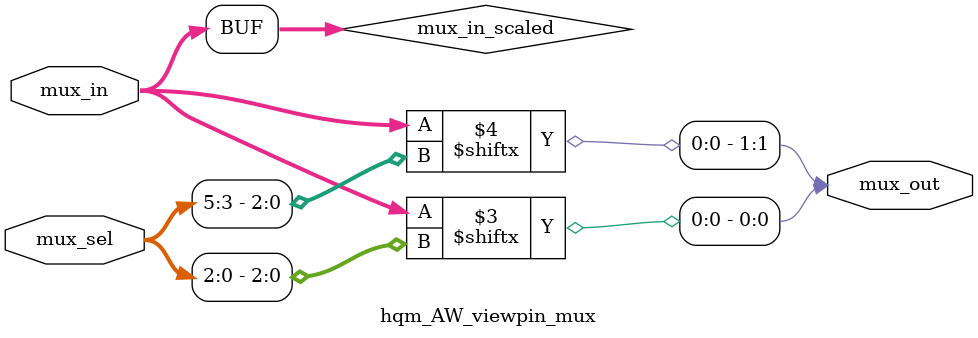
<source format=sv>

module hqm_AW_viewpin_mux
#(
  parameter NUM_IN              = 8
, parameter MUX_SEL_WIDTH       = 3     // Not able to derive this from NUM_IN using AW_logb2 because of collage limitation
, parameter NUM_OUT             = 2
) (
  input  logic [NUM_IN-1:0]                     mux_in
, input  logic [(NUM_OUT*MUX_SEL_WIDTH)-1:0]    mux_sel
, output logic [NUM_OUT-1:0]                    mux_out  
);

localparam NUM_IN_SCALED        = 1<<MUX_SEL_WIDTH ;

logic [NUM_IN_SCALED-1:0]       mux_in_scaled ;

always_comb begin
  mux_in_scaled                 = '0 ;
  mux_in_scaled [NUM_IN-1:0]    = mux_in ;
end

generate
  for ( genvar gi = 0 ; gi < NUM_OUT ; gi = gi + 1 ) begin: gen_view
    assign mux_out[gi]  = mux_in_scaled [mux_sel[ (gi*MUX_SEL_WIDTH) +: MUX_SEL_WIDTH ] ] ;
  end
endgenerate
endmodule // hqm_AW_viewpin_mux

</source>
